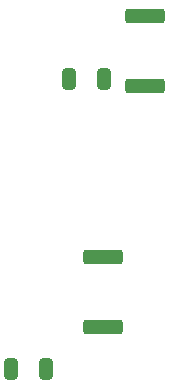
<source format=gbr>
%TF.GenerationSoftware,KiCad,Pcbnew,8.0.0*%
%TF.CreationDate,2024-03-30T16:18:18+01:00*%
%TF.ProjectId,schematic-main,73636865-6d61-4746-9963-2d6d61696e2e,rev?*%
%TF.SameCoordinates,Original*%
%TF.FileFunction,Paste,Bot*%
%TF.FilePolarity,Positive*%
%FSLAX46Y46*%
G04 Gerber Fmt 4.6, Leading zero omitted, Abs format (unit mm)*
G04 Created by KiCad (PCBNEW 8.0.0) date 2024-03-30 16:18:18*
%MOMM*%
%LPD*%
G01*
G04 APERTURE LIST*
G04 Aperture macros list*
%AMRoundRect*
0 Rectangle with rounded corners*
0 $1 Rounding radius*
0 $2 $3 $4 $5 $6 $7 $8 $9 X,Y pos of 4 corners*
0 Add a 4 corners polygon primitive as box body*
4,1,4,$2,$3,$4,$5,$6,$7,$8,$9,$2,$3,0*
0 Add four circle primitives for the rounded corners*
1,1,$1+$1,$2,$3*
1,1,$1+$1,$4,$5*
1,1,$1+$1,$6,$7*
1,1,$1+$1,$8,$9*
0 Add four rect primitives between the rounded corners*
20,1,$1+$1,$2,$3,$4,$5,0*
20,1,$1+$1,$4,$5,$6,$7,0*
20,1,$1+$1,$6,$7,$8,$9,0*
20,1,$1+$1,$8,$9,$2,$3,0*%
G04 Aperture macros list end*
%ADD10RoundRect,0.250000X-1.425000X0.362500X-1.425000X-0.362500X1.425000X-0.362500X1.425000X0.362500X0*%
%ADD11RoundRect,0.250000X-0.325000X-0.650000X0.325000X-0.650000X0.325000X0.650000X-0.325000X0.650000X0*%
G04 APERTURE END LIST*
D10*
%TO.C,R35*%
X165400000Y-103737500D03*
X165400000Y-109662500D03*
%TD*%
D11*
%TO.C,C43*%
X157625000Y-113200000D03*
X160575000Y-113200000D03*
%TD*%
D10*
%TO.C,R36*%
X169000000Y-83337500D03*
X169000000Y-89262500D03*
%TD*%
D11*
%TO.C,C44*%
X162525000Y-88600000D03*
X165475000Y-88600000D03*
%TD*%
M02*

</source>
